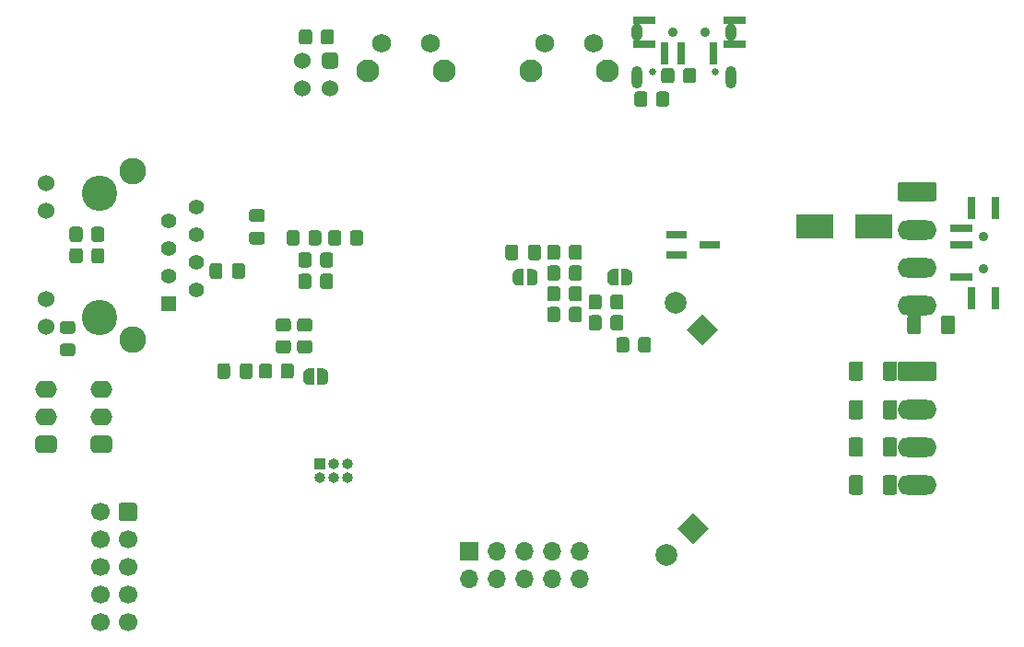
<source format=gts>
G04 #@! TF.GenerationSoftware,KiCad,Pcbnew,(5.1.8)-1*
G04 #@! TF.CreationDate,2021-11-27T09:49:30+01:00*
G04 #@! TF.ProjectId,sensactHsNano2,73656e73-6163-4744-9873-4e616e6f322e,rev?*
G04 #@! TF.SameCoordinates,Original*
G04 #@! TF.FileFunction,Soldermask,Top*
G04 #@! TF.FilePolarity,Negative*
%FSLAX46Y46*%
G04 Gerber Fmt 4.6, Leading zero omitted, Abs format (unit mm)*
G04 Created by KiCad (PCBNEW (5.1.8)-1) date 2021-11-27 09:49:30*
%MOMM*%
%LPD*%
G01*
G04 APERTURE LIST*
%ADD10O,1.700000X1.700000*%
%ADD11R,1.700000X1.700000*%
%ADD12O,1.000000X1.000000*%
%ADD13R,1.000000X1.000000*%
%ADD14O,2.000000X1.600000*%
%ADD15C,1.700000*%
%ADD16C,2.100000*%
%ADD17C,1.750000*%
%ADD18O,1.000000X1.600000*%
%ADD19C,0.650000*%
%ADD20O,1.000000X2.100000*%
%ADD21C,0.900000*%
%ADD22R,0.700000X2.000000*%
%ADD23R,2.000000X0.800000*%
%ADD24C,0.100000*%
%ADD25R,3.500000X2.300000*%
%ADD26R,1.398000X1.398000*%
%ADD27C,1.398000*%
%ADD28C,1.530000*%
%ADD29C,2.445000*%
%ADD30C,3.250000*%
%ADD31R,2.000000X0.700000*%
%ADD32R,0.800000X2.000000*%
%ADD33C,1.524000*%
%ADD34O,3.600000X1.800000*%
%ADD35C,2.000000*%
%ADD36R,1.900000X0.800000*%
G04 APERTURE END LIST*
G36*
G01*
X160509000Y-124009999D02*
X160509000Y-124910001D01*
G75*
G02*
X160259001Y-125160000I-249999J0D01*
G01*
X159558999Y-125160000D01*
G75*
G02*
X159309000Y-124910001I0J249999D01*
G01*
X159309000Y-124009999D01*
G75*
G02*
X159558999Y-123760000I249999J0D01*
G01*
X160259001Y-123760000D01*
G75*
G02*
X160509000Y-124009999I0J-249999D01*
G01*
G37*
G36*
G01*
X162509000Y-124009999D02*
X162509000Y-124910001D01*
G75*
G02*
X162259001Y-125160000I-249999J0D01*
G01*
X161558999Y-125160000D01*
G75*
G02*
X161309000Y-124910001I0J249999D01*
G01*
X161309000Y-124009999D01*
G75*
G02*
X161558999Y-123760000I249999J0D01*
G01*
X162259001Y-123760000D01*
G75*
G02*
X162509000Y-124009999I0J-249999D01*
G01*
G37*
D10*
X155956000Y-145986500D03*
X155956000Y-143446500D03*
X153416000Y-145986500D03*
X153416000Y-143446500D03*
X150876000Y-145986500D03*
X150876000Y-143446500D03*
X148336000Y-145986500D03*
X148336000Y-143446500D03*
X145796000Y-145986500D03*
D11*
X145796000Y-143446500D03*
D12*
X134620000Y-136715500D03*
X134620000Y-135445500D03*
X133350000Y-136715500D03*
X133350000Y-135445500D03*
X132080000Y-136715500D03*
D13*
X132080000Y-135445500D03*
D14*
X106934000Y-128524000D03*
X112014000Y-128524000D03*
X106934000Y-131064000D03*
X112014000Y-131064000D03*
G36*
G01*
X107534000Y-134404000D02*
X106334000Y-134404000D01*
G75*
G02*
X105934000Y-134004000I0J400000D01*
G01*
X105934000Y-133204000D01*
G75*
G02*
X106334000Y-132804000I400000J0D01*
G01*
X107534000Y-132804000D01*
G75*
G02*
X107934000Y-133204000I0J-400000D01*
G01*
X107934000Y-134004000D01*
G75*
G02*
X107534000Y-134404000I-400000J0D01*
G01*
G37*
G36*
G01*
X112614000Y-134404000D02*
X111414000Y-134404000D01*
G75*
G02*
X111014000Y-134004000I0J400000D01*
G01*
X111014000Y-133204000D01*
G75*
G02*
X111414000Y-132804000I400000J0D01*
G01*
X112614000Y-132804000D01*
G75*
G02*
X113014000Y-133204000I0J-400000D01*
G01*
X113014000Y-134004000D01*
G75*
G02*
X112614000Y-134404000I-400000J0D01*
G01*
G37*
G36*
G01*
X157969000Y-120072999D02*
X157969000Y-120973001D01*
G75*
G02*
X157719001Y-121223000I-249999J0D01*
G01*
X157018999Y-121223000D01*
G75*
G02*
X156769000Y-120973001I0J249999D01*
G01*
X156769000Y-120072999D01*
G75*
G02*
X157018999Y-119823000I249999J0D01*
G01*
X157719001Y-119823000D01*
G75*
G02*
X157969000Y-120072999I0J-249999D01*
G01*
G37*
G36*
G01*
X159969000Y-120072999D02*
X159969000Y-120973001D01*
G75*
G02*
X159719001Y-121223000I-249999J0D01*
G01*
X159018999Y-121223000D01*
G75*
G02*
X158769000Y-120973001I0J249999D01*
G01*
X158769000Y-120072999D01*
G75*
G02*
X159018999Y-119823000I249999J0D01*
G01*
X159719001Y-119823000D01*
G75*
G02*
X159969000Y-120072999I0J-249999D01*
G01*
G37*
D15*
X111887000Y-149987000D03*
X111887000Y-147447000D03*
X111887000Y-144907000D03*
X111887000Y-142367000D03*
X111887000Y-139827000D03*
X114427000Y-149987000D03*
X114427000Y-147447000D03*
X114427000Y-144907000D03*
X114427000Y-142367000D03*
G36*
G01*
X115277000Y-139227000D02*
X115277000Y-140427000D01*
G75*
G02*
X115027000Y-140677000I-250000J0D01*
G01*
X113827000Y-140677000D01*
G75*
G02*
X113577000Y-140427000I0J250000D01*
G01*
X113577000Y-139227000D01*
G75*
G02*
X113827000Y-138977000I250000J0D01*
G01*
X115027000Y-138977000D01*
G75*
G02*
X115277000Y-139227000I0J-250000D01*
G01*
G37*
G36*
G01*
X165436500Y-100145001D02*
X165436500Y-99244999D01*
G75*
G02*
X165686499Y-98995000I249999J0D01*
G01*
X166386501Y-98995000D01*
G75*
G02*
X166636500Y-99244999I0J-249999D01*
G01*
X166636500Y-100145001D01*
G75*
G02*
X166386501Y-100395000I-249999J0D01*
G01*
X165686499Y-100395000D01*
G75*
G02*
X165436500Y-100145001I0J249999D01*
G01*
G37*
G36*
G01*
X163436500Y-100145001D02*
X163436500Y-99244999D01*
G75*
G02*
X163686499Y-98995000I249999J0D01*
G01*
X164386501Y-98995000D01*
G75*
G02*
X164636500Y-99244999I0J-249999D01*
G01*
X164636500Y-100145001D01*
G75*
G02*
X164386501Y-100395000I-249999J0D01*
G01*
X163686499Y-100395000D01*
G75*
G02*
X163436500Y-100145001I0J249999D01*
G01*
G37*
G36*
G01*
X162960000Y-102304001D02*
X162960000Y-101403999D01*
G75*
G02*
X163209999Y-101154000I249999J0D01*
G01*
X163910001Y-101154000D01*
G75*
G02*
X164160000Y-101403999I0J-249999D01*
G01*
X164160000Y-102304001D01*
G75*
G02*
X163910001Y-102554000I-249999J0D01*
G01*
X163209999Y-102554000D01*
G75*
G02*
X162960000Y-102304001I0J249999D01*
G01*
G37*
G36*
G01*
X160960000Y-102304001D02*
X160960000Y-101403999D01*
G75*
G02*
X161209999Y-101154000I249999J0D01*
G01*
X161910001Y-101154000D01*
G75*
G02*
X162160000Y-101403999I0J-249999D01*
G01*
X162160000Y-102304001D01*
G75*
G02*
X161910001Y-102554000I-249999J0D01*
G01*
X161209999Y-102554000D01*
G75*
G02*
X160960000Y-102304001I0J249999D01*
G01*
G37*
D16*
X151490000Y-99240000D03*
D17*
X152750000Y-96750000D03*
X157250000Y-96750000D03*
D16*
X158500000Y-99240000D03*
X136490000Y-99240000D03*
D17*
X137750000Y-96750000D03*
X142250000Y-96750000D03*
D16*
X143500000Y-99240000D03*
D18*
X169820000Y-95700000D03*
D19*
X168390000Y-99350000D03*
D18*
X161180000Y-95700000D03*
D19*
X162610000Y-99350000D03*
D20*
X161180000Y-99880000D03*
X169820000Y-99880000D03*
D21*
X167500000Y-95670000D03*
X164500000Y-95670000D03*
D22*
X168250000Y-97680000D03*
X165250000Y-97680000D03*
X163750000Y-97680000D03*
D23*
X170150000Y-94570000D03*
X161850000Y-94570000D03*
X161850000Y-96780000D03*
X170150000Y-96780000D03*
G36*
G01*
X127679500Y-126422999D02*
X127679500Y-127323001D01*
G75*
G02*
X127429501Y-127573000I-249999J0D01*
G01*
X126729499Y-127573000D01*
G75*
G02*
X126479500Y-127323001I0J249999D01*
G01*
X126479500Y-126422999D01*
G75*
G02*
X126729499Y-126173000I249999J0D01*
G01*
X127429501Y-126173000D01*
G75*
G02*
X127679500Y-126422999I0J-249999D01*
G01*
G37*
G36*
G01*
X129679500Y-126422999D02*
X129679500Y-127323001D01*
G75*
G02*
X129429501Y-127573000I-249999J0D01*
G01*
X128729499Y-127573000D01*
G75*
G02*
X128479500Y-127323001I0J249999D01*
G01*
X128479500Y-126422999D01*
G75*
G02*
X128729499Y-126173000I249999J0D01*
G01*
X129429501Y-126173000D01*
G75*
G02*
X129679500Y-126422999I0J-249999D01*
G01*
G37*
D24*
G36*
X131049000Y-128130398D02*
G01*
X131024466Y-128130398D01*
X130975635Y-128125588D01*
X130927510Y-128116016D01*
X130880555Y-128101772D01*
X130835222Y-128082995D01*
X130791949Y-128059864D01*
X130751150Y-128032604D01*
X130713221Y-128001476D01*
X130678524Y-127966779D01*
X130647396Y-127928850D01*
X130620136Y-127888051D01*
X130597005Y-127844778D01*
X130578228Y-127799445D01*
X130563984Y-127752490D01*
X130554412Y-127704365D01*
X130549602Y-127655534D01*
X130549602Y-127631000D01*
X130549000Y-127631000D01*
X130549000Y-127131000D01*
X130549602Y-127131000D01*
X130549602Y-127106466D01*
X130554412Y-127057635D01*
X130563984Y-127009510D01*
X130578228Y-126962555D01*
X130597005Y-126917222D01*
X130620136Y-126873949D01*
X130647396Y-126833150D01*
X130678524Y-126795221D01*
X130713221Y-126760524D01*
X130751150Y-126729396D01*
X130791949Y-126702136D01*
X130835222Y-126679005D01*
X130880555Y-126660228D01*
X130927510Y-126645984D01*
X130975635Y-126636412D01*
X131024466Y-126631602D01*
X131049000Y-126631602D01*
X131049000Y-126631000D01*
X131549000Y-126631000D01*
X131549000Y-128131000D01*
X131049000Y-128131000D01*
X131049000Y-128130398D01*
G37*
G36*
X131849000Y-126631000D02*
G01*
X132349000Y-126631000D01*
X132349000Y-126631602D01*
X132373534Y-126631602D01*
X132422365Y-126636412D01*
X132470490Y-126645984D01*
X132517445Y-126660228D01*
X132562778Y-126679005D01*
X132606051Y-126702136D01*
X132646850Y-126729396D01*
X132684779Y-126760524D01*
X132719476Y-126795221D01*
X132750604Y-126833150D01*
X132777864Y-126873949D01*
X132800995Y-126917222D01*
X132819772Y-126962555D01*
X132834016Y-127009510D01*
X132843588Y-127057635D01*
X132848398Y-127106466D01*
X132848398Y-127131000D01*
X132849000Y-127131000D01*
X132849000Y-127631000D01*
X132848398Y-127631000D01*
X132848398Y-127655534D01*
X132843588Y-127704365D01*
X132834016Y-127752490D01*
X132819772Y-127799445D01*
X132800995Y-127844778D01*
X132777864Y-127888051D01*
X132750604Y-127928850D01*
X132719476Y-127966779D01*
X132684779Y-128001476D01*
X132646850Y-128032604D01*
X132606051Y-128059864D01*
X132562778Y-128082995D01*
X132517445Y-128101772D01*
X132470490Y-128116016D01*
X132422365Y-128125588D01*
X132373534Y-128130398D01*
X132349000Y-128130398D01*
X132349000Y-128131000D01*
X131849000Y-128131000D01*
X131849000Y-126631000D01*
G37*
G36*
G01*
X123819500Y-126398000D02*
X123819500Y-127348000D01*
G75*
G02*
X123569500Y-127598000I-250000J0D01*
G01*
X122894500Y-127598000D01*
G75*
G02*
X122644500Y-127348000I0J250000D01*
G01*
X122644500Y-126398000D01*
G75*
G02*
X122894500Y-126148000I250000J0D01*
G01*
X123569500Y-126148000D01*
G75*
G02*
X123819500Y-126398000I0J-250000D01*
G01*
G37*
G36*
G01*
X125894500Y-126398000D02*
X125894500Y-127348000D01*
G75*
G02*
X125644500Y-127598000I-250000J0D01*
G01*
X124969500Y-127598000D01*
G75*
G02*
X124719500Y-127348000I0J250000D01*
G01*
X124719500Y-126398000D01*
G75*
G02*
X124969500Y-126148000I250000J0D01*
G01*
X125644500Y-126148000D01*
G75*
G02*
X125894500Y-126398000I0J-250000D01*
G01*
G37*
D25*
X182976500Y-113588800D03*
X177576500Y-113588800D03*
G36*
G01*
X157969000Y-121977999D02*
X157969000Y-122878001D01*
G75*
G02*
X157719001Y-123128000I-249999J0D01*
G01*
X157018999Y-123128000D01*
G75*
G02*
X156769000Y-122878001I0J249999D01*
G01*
X156769000Y-121977999D01*
G75*
G02*
X157018999Y-121728000I249999J0D01*
G01*
X157719001Y-121728000D01*
G75*
G02*
X157969000Y-121977999I0J-249999D01*
G01*
G37*
G36*
G01*
X159969000Y-121977999D02*
X159969000Y-122878001D01*
G75*
G02*
X159719001Y-123128000I-249999J0D01*
G01*
X159018999Y-123128000D01*
G75*
G02*
X158769000Y-122878001I0J249999D01*
G01*
X158769000Y-121977999D01*
G75*
G02*
X159018999Y-121728000I249999J0D01*
G01*
X159719001Y-121728000D01*
G75*
G02*
X159969000Y-121977999I0J-249999D01*
G01*
G37*
G36*
G01*
X132099000Y-117099501D02*
X132099000Y-116199499D01*
G75*
G02*
X132348999Y-115949500I249999J0D01*
G01*
X133049001Y-115949500D01*
G75*
G02*
X133299000Y-116199499I0J-249999D01*
G01*
X133299000Y-117099501D01*
G75*
G02*
X133049001Y-117349500I-249999J0D01*
G01*
X132348999Y-117349500D01*
G75*
G02*
X132099000Y-117099501I0J249999D01*
G01*
G37*
G36*
G01*
X130099000Y-117099501D02*
X130099000Y-116199499D01*
G75*
G02*
X130348999Y-115949500I249999J0D01*
G01*
X131049001Y-115949500D01*
G75*
G02*
X131299000Y-116199499I0J-249999D01*
G01*
X131299000Y-117099501D01*
G75*
G02*
X131049001Y-117349500I-249999J0D01*
G01*
X130348999Y-117349500D01*
G75*
G02*
X130099000Y-117099501I0J249999D01*
G01*
G37*
G36*
G01*
X131299000Y-118167999D02*
X131299000Y-119068001D01*
G75*
G02*
X131049001Y-119318000I-249999J0D01*
G01*
X130348999Y-119318000D01*
G75*
G02*
X130099000Y-119068001I0J249999D01*
G01*
X130099000Y-118167999D01*
G75*
G02*
X130348999Y-117918000I249999J0D01*
G01*
X131049001Y-117918000D01*
G75*
G02*
X131299000Y-118167999I0J-249999D01*
G01*
G37*
G36*
G01*
X133299000Y-118167999D02*
X133299000Y-119068001D01*
G75*
G02*
X133049001Y-119318000I-249999J0D01*
G01*
X132348999Y-119318000D01*
G75*
G02*
X132099000Y-119068001I0J249999D01*
G01*
X132099000Y-118167999D01*
G75*
G02*
X132348999Y-117918000I249999J0D01*
G01*
X133049001Y-117918000D01*
G75*
G02*
X133299000Y-118167999I0J-249999D01*
G01*
G37*
G36*
G01*
X130219500Y-114167499D02*
X130219500Y-115067501D01*
G75*
G02*
X129969501Y-115317500I-249999J0D01*
G01*
X129269499Y-115317500D01*
G75*
G02*
X129019500Y-115067501I0J249999D01*
G01*
X129019500Y-114167499D01*
G75*
G02*
X129269499Y-113917500I249999J0D01*
G01*
X129969501Y-113917500D01*
G75*
G02*
X130219500Y-114167499I0J-249999D01*
G01*
G37*
G36*
G01*
X132219500Y-114167499D02*
X132219500Y-115067501D01*
G75*
G02*
X131969501Y-115317500I-249999J0D01*
G01*
X131269499Y-115317500D01*
G75*
G02*
X131019500Y-115067501I0J249999D01*
G01*
X131019500Y-114167499D01*
G75*
G02*
X131269499Y-113917500I249999J0D01*
G01*
X131969501Y-113917500D01*
G75*
G02*
X132219500Y-114167499I0J-249999D01*
G01*
G37*
G36*
G01*
X128264499Y-124034500D02*
X129164501Y-124034500D01*
G75*
G02*
X129414500Y-124284499I0J-249999D01*
G01*
X129414500Y-124984501D01*
G75*
G02*
X129164501Y-125234500I-249999J0D01*
G01*
X128264499Y-125234500D01*
G75*
G02*
X128014500Y-124984501I0J249999D01*
G01*
X128014500Y-124284499D01*
G75*
G02*
X128264499Y-124034500I249999J0D01*
G01*
G37*
G36*
G01*
X128264499Y-122034500D02*
X129164501Y-122034500D01*
G75*
G02*
X129414500Y-122284499I0J-249999D01*
G01*
X129414500Y-122984501D01*
G75*
G02*
X129164501Y-123234500I-249999J0D01*
G01*
X128264499Y-123234500D01*
G75*
G02*
X128014500Y-122984501I0J249999D01*
G01*
X128014500Y-122284499D01*
G75*
G02*
X128264499Y-122034500I249999J0D01*
G01*
G37*
G36*
G01*
X131133001Y-123234500D02*
X130232999Y-123234500D01*
G75*
G02*
X129983000Y-122984501I0J249999D01*
G01*
X129983000Y-122284499D01*
G75*
G02*
X130232999Y-122034500I249999J0D01*
G01*
X131133001Y-122034500D01*
G75*
G02*
X131383000Y-122284499I0J-249999D01*
G01*
X131383000Y-122984501D01*
G75*
G02*
X131133001Y-123234500I-249999J0D01*
G01*
G37*
G36*
G01*
X131133001Y-125234500D02*
X130232999Y-125234500D01*
G75*
G02*
X129983000Y-124984501I0J249999D01*
G01*
X129983000Y-124284499D01*
G75*
G02*
X130232999Y-124034500I249999J0D01*
G01*
X131133001Y-124034500D01*
G75*
G02*
X131383000Y-124284499I0J-249999D01*
G01*
X131383000Y-124984501D01*
G75*
G02*
X131133001Y-125234500I-249999J0D01*
G01*
G37*
G36*
G01*
X150299000Y-115476000D02*
X150299000Y-116426000D01*
G75*
G02*
X150049000Y-116676000I-250000J0D01*
G01*
X149374000Y-116676000D01*
G75*
G02*
X149124000Y-116426000I0J250000D01*
G01*
X149124000Y-115476000D01*
G75*
G02*
X149374000Y-115226000I250000J0D01*
G01*
X150049000Y-115226000D01*
G75*
G02*
X150299000Y-115476000I0J-250000D01*
G01*
G37*
G36*
G01*
X152374000Y-115476000D02*
X152374000Y-116426000D01*
G75*
G02*
X152124000Y-116676000I-250000J0D01*
G01*
X151449000Y-116676000D01*
G75*
G02*
X151199000Y-116426000I0J250000D01*
G01*
X151199000Y-115476000D01*
G75*
G02*
X151449000Y-115226000I250000J0D01*
G01*
X152124000Y-115226000D01*
G75*
G02*
X152374000Y-115476000I0J-250000D01*
G01*
G37*
G36*
G01*
X154159000Y-119310999D02*
X154159000Y-120211001D01*
G75*
G02*
X153909001Y-120461000I-249999J0D01*
G01*
X153208999Y-120461000D01*
G75*
G02*
X152959000Y-120211001I0J249999D01*
G01*
X152959000Y-119310999D01*
G75*
G02*
X153208999Y-119061000I249999J0D01*
G01*
X153909001Y-119061000D01*
G75*
G02*
X154159000Y-119310999I0J-249999D01*
G01*
G37*
G36*
G01*
X156159000Y-119310999D02*
X156159000Y-120211001D01*
G75*
G02*
X155909001Y-120461000I-249999J0D01*
G01*
X155208999Y-120461000D01*
G75*
G02*
X154959000Y-120211001I0J249999D01*
G01*
X154959000Y-119310999D01*
G75*
G02*
X155208999Y-119061000I249999J0D01*
G01*
X155909001Y-119061000D01*
G75*
G02*
X156159000Y-119310999I0J-249999D01*
G01*
G37*
G36*
G01*
X154159000Y-117405999D02*
X154159000Y-118306001D01*
G75*
G02*
X153909001Y-118556000I-249999J0D01*
G01*
X153208999Y-118556000D01*
G75*
G02*
X152959000Y-118306001I0J249999D01*
G01*
X152959000Y-117405999D01*
G75*
G02*
X153208999Y-117156000I249999J0D01*
G01*
X153909001Y-117156000D01*
G75*
G02*
X154159000Y-117405999I0J-249999D01*
G01*
G37*
G36*
G01*
X156159000Y-117405999D02*
X156159000Y-118306001D01*
G75*
G02*
X155909001Y-118556000I-249999J0D01*
G01*
X155208999Y-118556000D01*
G75*
G02*
X154959000Y-118306001I0J249999D01*
G01*
X154959000Y-117405999D01*
G75*
G02*
X155208999Y-117156000I249999J0D01*
G01*
X155909001Y-117156000D01*
G75*
G02*
X156159000Y-117405999I0J-249999D01*
G01*
G37*
G36*
G01*
X154159000Y-115500999D02*
X154159000Y-116401001D01*
G75*
G02*
X153909001Y-116651000I-249999J0D01*
G01*
X153208999Y-116651000D01*
G75*
G02*
X152959000Y-116401001I0J249999D01*
G01*
X152959000Y-115500999D01*
G75*
G02*
X153208999Y-115251000I249999J0D01*
G01*
X153909001Y-115251000D01*
G75*
G02*
X154159000Y-115500999I0J-249999D01*
G01*
G37*
G36*
G01*
X156159000Y-115500999D02*
X156159000Y-116401001D01*
G75*
G02*
X155909001Y-116651000I-249999J0D01*
G01*
X155208999Y-116651000D01*
G75*
G02*
X154959000Y-116401001I0J249999D01*
G01*
X154959000Y-115500999D01*
G75*
G02*
X155208999Y-115251000I249999J0D01*
G01*
X155909001Y-115251000D01*
G75*
G02*
X156159000Y-115500999I0J-249999D01*
G01*
G37*
G36*
G01*
X154159000Y-121215999D02*
X154159000Y-122116001D01*
G75*
G02*
X153909001Y-122366000I-249999J0D01*
G01*
X153208999Y-122366000D01*
G75*
G02*
X152959000Y-122116001I0J249999D01*
G01*
X152959000Y-121215999D01*
G75*
G02*
X153208999Y-120966000I249999J0D01*
G01*
X153909001Y-120966000D01*
G75*
G02*
X154159000Y-121215999I0J-249999D01*
G01*
G37*
G36*
G01*
X156159000Y-121215999D02*
X156159000Y-122116001D01*
G75*
G02*
X155909001Y-122366000I-249999J0D01*
G01*
X155208999Y-122366000D01*
G75*
G02*
X154959000Y-122116001I0J249999D01*
G01*
X154959000Y-121215999D01*
G75*
G02*
X155208999Y-120966000I249999J0D01*
G01*
X155909001Y-120966000D01*
G75*
G02*
X156159000Y-121215999I0J-249999D01*
G01*
G37*
D26*
X118171500Y-120655000D03*
D27*
X120711500Y-119385000D03*
X118171500Y-118115000D03*
X120711500Y-116845000D03*
X118171500Y-115575000D03*
X120711500Y-114305000D03*
X118171500Y-113035000D03*
X120711500Y-111765000D03*
D28*
X106921500Y-122830000D03*
X106921500Y-120290000D03*
X106921500Y-109580000D03*
X106921500Y-112120000D03*
D29*
X114871500Y-123950000D03*
X114871500Y-108460000D03*
D30*
X111821500Y-110490000D03*
X111821500Y-121920000D03*
G36*
G01*
X124021000Y-118140500D02*
X124021000Y-117190500D01*
G75*
G02*
X124271000Y-116940500I250000J0D01*
G01*
X124946000Y-116940500D01*
G75*
G02*
X125196000Y-117190500I0J-250000D01*
G01*
X125196000Y-118140500D01*
G75*
G02*
X124946000Y-118390500I-250000J0D01*
G01*
X124271000Y-118390500D01*
G75*
G02*
X124021000Y-118140500I0J250000D01*
G01*
G37*
G36*
G01*
X121946000Y-118140500D02*
X121946000Y-117190500D01*
G75*
G02*
X122196000Y-116940500I250000J0D01*
G01*
X122871000Y-116940500D01*
G75*
G02*
X123121000Y-117190500I0J-250000D01*
G01*
X123121000Y-118140500D01*
G75*
G02*
X122871000Y-118390500I-250000J0D01*
G01*
X122196000Y-118390500D01*
G75*
G02*
X121946000Y-118140500I0J250000D01*
G01*
G37*
G36*
G01*
X108452499Y-124338500D02*
X109352501Y-124338500D01*
G75*
G02*
X109602500Y-124588499I0J-249999D01*
G01*
X109602500Y-125238501D01*
G75*
G02*
X109352501Y-125488500I-249999J0D01*
G01*
X108452499Y-125488500D01*
G75*
G02*
X108202500Y-125238501I0J249999D01*
G01*
X108202500Y-124588499D01*
G75*
G02*
X108452499Y-124338500I249999J0D01*
G01*
G37*
G36*
G01*
X108452499Y-122288500D02*
X109352501Y-122288500D01*
G75*
G02*
X109602500Y-122538499I0J-249999D01*
G01*
X109602500Y-123188501D01*
G75*
G02*
X109352501Y-123438500I-249999J0D01*
G01*
X108452499Y-123438500D01*
G75*
G02*
X108202500Y-123188501I0J249999D01*
G01*
X108202500Y-122538499D01*
G75*
G02*
X108452499Y-122288500I249999J0D01*
G01*
G37*
D24*
G36*
X160289000Y-117487602D02*
G01*
X160313534Y-117487602D01*
X160362365Y-117492412D01*
X160410490Y-117501984D01*
X160457445Y-117516228D01*
X160502778Y-117535005D01*
X160546051Y-117558136D01*
X160586850Y-117585396D01*
X160624779Y-117616524D01*
X160659476Y-117651221D01*
X160690604Y-117689150D01*
X160717864Y-117729949D01*
X160740995Y-117773222D01*
X160759772Y-117818555D01*
X160774016Y-117865510D01*
X160783588Y-117913635D01*
X160788398Y-117962466D01*
X160788398Y-117987000D01*
X160789000Y-117987000D01*
X160789000Y-118487000D01*
X160788398Y-118487000D01*
X160788398Y-118511534D01*
X160783588Y-118560365D01*
X160774016Y-118608490D01*
X160759772Y-118655445D01*
X160740995Y-118700778D01*
X160717864Y-118744051D01*
X160690604Y-118784850D01*
X160659476Y-118822779D01*
X160624779Y-118857476D01*
X160586850Y-118888604D01*
X160546051Y-118915864D01*
X160502778Y-118938995D01*
X160457445Y-118957772D01*
X160410490Y-118972016D01*
X160362365Y-118981588D01*
X160313534Y-118986398D01*
X160289000Y-118986398D01*
X160289000Y-118987000D01*
X159789000Y-118987000D01*
X159789000Y-117487000D01*
X160289000Y-117487000D01*
X160289000Y-117487602D01*
G37*
G36*
X159489000Y-118987000D02*
G01*
X158989000Y-118987000D01*
X158989000Y-118986398D01*
X158964466Y-118986398D01*
X158915635Y-118981588D01*
X158867510Y-118972016D01*
X158820555Y-118957772D01*
X158775222Y-118938995D01*
X158731949Y-118915864D01*
X158691150Y-118888604D01*
X158653221Y-118857476D01*
X158618524Y-118822779D01*
X158587396Y-118784850D01*
X158560136Y-118744051D01*
X158537005Y-118700778D01*
X158518228Y-118655445D01*
X158503984Y-118608490D01*
X158494412Y-118560365D01*
X158489602Y-118511534D01*
X158489602Y-118487000D01*
X158489000Y-118487000D01*
X158489000Y-117987000D01*
X158489602Y-117987000D01*
X158489602Y-117962466D01*
X158494412Y-117913635D01*
X158503984Y-117865510D01*
X158518228Y-117818555D01*
X158537005Y-117773222D01*
X158560136Y-117729949D01*
X158587396Y-117689150D01*
X158618524Y-117651221D01*
X158653221Y-117616524D01*
X158691150Y-117585396D01*
X158731949Y-117558136D01*
X158775222Y-117535005D01*
X158820555Y-117516228D01*
X158867510Y-117501984D01*
X158915635Y-117492412D01*
X158964466Y-117487602D01*
X158989000Y-117487602D01*
X158989000Y-117487000D01*
X159489000Y-117487000D01*
X159489000Y-118987000D01*
G37*
G36*
X150289500Y-118986398D02*
G01*
X150264966Y-118986398D01*
X150216135Y-118981588D01*
X150168010Y-118972016D01*
X150121055Y-118957772D01*
X150075722Y-118938995D01*
X150032449Y-118915864D01*
X149991650Y-118888604D01*
X149953721Y-118857476D01*
X149919024Y-118822779D01*
X149887896Y-118784850D01*
X149860636Y-118744051D01*
X149837505Y-118700778D01*
X149818728Y-118655445D01*
X149804484Y-118608490D01*
X149794912Y-118560365D01*
X149790102Y-118511534D01*
X149790102Y-118487000D01*
X149789500Y-118487000D01*
X149789500Y-117987000D01*
X149790102Y-117987000D01*
X149790102Y-117962466D01*
X149794912Y-117913635D01*
X149804484Y-117865510D01*
X149818728Y-117818555D01*
X149837505Y-117773222D01*
X149860636Y-117729949D01*
X149887896Y-117689150D01*
X149919024Y-117651221D01*
X149953721Y-117616524D01*
X149991650Y-117585396D01*
X150032449Y-117558136D01*
X150075722Y-117535005D01*
X150121055Y-117516228D01*
X150168010Y-117501984D01*
X150216135Y-117492412D01*
X150264966Y-117487602D01*
X150289500Y-117487602D01*
X150289500Y-117487000D01*
X150789500Y-117487000D01*
X150789500Y-118987000D01*
X150289500Y-118987000D01*
X150289500Y-118986398D01*
G37*
G36*
X151089500Y-117487000D02*
G01*
X151589500Y-117487000D01*
X151589500Y-117487602D01*
X151614034Y-117487602D01*
X151662865Y-117492412D01*
X151710990Y-117501984D01*
X151757945Y-117516228D01*
X151803278Y-117535005D01*
X151846551Y-117558136D01*
X151887350Y-117585396D01*
X151925279Y-117616524D01*
X151959976Y-117651221D01*
X151991104Y-117689150D01*
X152018364Y-117729949D01*
X152041495Y-117773222D01*
X152060272Y-117818555D01*
X152074516Y-117865510D01*
X152084088Y-117913635D01*
X152088898Y-117962466D01*
X152088898Y-117987000D01*
X152089500Y-117987000D01*
X152089500Y-118487000D01*
X152088898Y-118487000D01*
X152088898Y-118511534D01*
X152084088Y-118560365D01*
X152074516Y-118608490D01*
X152060272Y-118655445D01*
X152041495Y-118700778D01*
X152018364Y-118744051D01*
X151991104Y-118784850D01*
X151959976Y-118822779D01*
X151925279Y-118857476D01*
X151887350Y-118888604D01*
X151846551Y-118915864D01*
X151803278Y-118938995D01*
X151757945Y-118957772D01*
X151710990Y-118972016D01*
X151662865Y-118981588D01*
X151614034Y-118986398D01*
X151589500Y-118986398D01*
X151589500Y-118987000D01*
X151089500Y-118987000D01*
X151089500Y-117487000D01*
G37*
D21*
X193040000Y-117476400D03*
X193040000Y-114476400D03*
D31*
X191030000Y-118226400D03*
X191030000Y-115226400D03*
X191030000Y-113726400D03*
D32*
X194140000Y-120126400D03*
X194140000Y-111826400D03*
X191930000Y-111826400D03*
X191930000Y-120126400D03*
D33*
X130480000Y-100838000D03*
X133020000Y-100838000D03*
X130480000Y-98298000D03*
G36*
G01*
X132258000Y-98679000D02*
X132258000Y-97917000D01*
G75*
G02*
X132639000Y-97536000I381000J0D01*
G01*
X133401000Y-97536000D01*
G75*
G02*
X133782000Y-97917000I0J-381000D01*
G01*
X133782000Y-98679000D01*
G75*
G02*
X133401000Y-99060000I-381000J0D01*
G01*
X132639000Y-99060000D01*
G75*
G02*
X132258000Y-98679000I0J381000D01*
G01*
G37*
D34*
X186944000Y-137373000D03*
X186944000Y-133873000D03*
X186944000Y-130373000D03*
G36*
G01*
X185394000Y-125973000D02*
X188494000Y-125973000D01*
G75*
G02*
X188744000Y-126223000I0J-250000D01*
G01*
X188744000Y-127523000D01*
G75*
G02*
X188494000Y-127773000I-250000J0D01*
G01*
X185394000Y-127773000D01*
G75*
G02*
X185144000Y-127523000I0J250000D01*
G01*
X185144000Y-126223000D01*
G75*
G02*
X185394000Y-125973000I250000J0D01*
G01*
G37*
D24*
G36*
X166370000Y-139936786D02*
G01*
X167784214Y-141351000D01*
X166370000Y-142765214D01*
X164955786Y-141351000D01*
X166370000Y-139936786D01*
G37*
D35*
X163895126Y-143825874D03*
G36*
G01*
X132162500Y-96589001D02*
X132162500Y-95688999D01*
G75*
G02*
X132412499Y-95439000I249999J0D01*
G01*
X133112501Y-95439000D01*
G75*
G02*
X133362500Y-95688999I0J-249999D01*
G01*
X133362500Y-96589001D01*
G75*
G02*
X133112501Y-96839000I-249999J0D01*
G01*
X132412499Y-96839000D01*
G75*
G02*
X132162500Y-96589001I0J249999D01*
G01*
G37*
G36*
G01*
X130162500Y-96589001D02*
X130162500Y-95688999D01*
G75*
G02*
X130412499Y-95439000I249999J0D01*
G01*
X131112501Y-95439000D01*
G75*
G02*
X131362500Y-95688999I0J-249999D01*
G01*
X131362500Y-96589001D01*
G75*
G02*
X131112501Y-96839000I-249999J0D01*
G01*
X130412499Y-96839000D01*
G75*
G02*
X130162500Y-96589001I0J249999D01*
G01*
G37*
G36*
G01*
X134845500Y-115067501D02*
X134845500Y-114167499D01*
G75*
G02*
X135095499Y-113917500I249999J0D01*
G01*
X135795501Y-113917500D01*
G75*
G02*
X136045500Y-114167499I0J-249999D01*
G01*
X136045500Y-115067501D01*
G75*
G02*
X135795501Y-115317500I-249999J0D01*
G01*
X135095499Y-115317500D01*
G75*
G02*
X134845500Y-115067501I0J249999D01*
G01*
G37*
G36*
G01*
X132845500Y-115067501D02*
X132845500Y-114167499D01*
G75*
G02*
X133095499Y-113917500I249999J0D01*
G01*
X133795501Y-113917500D01*
G75*
G02*
X134045500Y-114167499I0J-249999D01*
G01*
X134045500Y-115067501D01*
G75*
G02*
X133795501Y-115317500I-249999J0D01*
G01*
X133095499Y-115317500D01*
G75*
G02*
X132845500Y-115067501I0J249999D01*
G01*
G37*
D36*
X167870000Y-115252500D03*
X164870000Y-116202500D03*
X164870000Y-114302500D03*
D24*
G36*
X168632214Y-123063000D02*
G01*
X167218000Y-124477214D01*
X165803786Y-123063000D01*
X167218000Y-121648786D01*
X168632214Y-123063000D01*
G37*
D35*
X164743126Y-120588126D03*
D34*
X186944000Y-120863000D03*
X186944000Y-117363000D03*
X186944000Y-113863000D03*
G36*
G01*
X185394000Y-109463000D02*
X188494000Y-109463000D01*
G75*
G02*
X188744000Y-109713000I0J-250000D01*
G01*
X188744000Y-111013000D01*
G75*
G02*
X188494000Y-111263000I-250000J0D01*
G01*
X185394000Y-111263000D01*
G75*
G02*
X185144000Y-111013000I0J250000D01*
G01*
X185144000Y-109713000D01*
G75*
G02*
X185394000Y-109463000I250000J0D01*
G01*
G37*
G36*
G01*
X110280500Y-115818499D02*
X110280500Y-116718501D01*
G75*
G02*
X110030501Y-116968500I-249999J0D01*
G01*
X109330499Y-116968500D01*
G75*
G02*
X109080500Y-116718501I0J249999D01*
G01*
X109080500Y-115818499D01*
G75*
G02*
X109330499Y-115568500I249999J0D01*
G01*
X110030501Y-115568500D01*
G75*
G02*
X110280500Y-115818499I0J-249999D01*
G01*
G37*
G36*
G01*
X112280500Y-115818499D02*
X112280500Y-116718501D01*
G75*
G02*
X112030501Y-116968500I-249999J0D01*
G01*
X111330499Y-116968500D01*
G75*
G02*
X111080500Y-116718501I0J249999D01*
G01*
X111080500Y-115818499D01*
G75*
G02*
X111330499Y-115568500I249999J0D01*
G01*
X112030501Y-115568500D01*
G75*
G02*
X112280500Y-115818499I0J-249999D01*
G01*
G37*
G36*
G01*
X111080500Y-114750001D02*
X111080500Y-113849999D01*
G75*
G02*
X111330499Y-113600000I249999J0D01*
G01*
X112030501Y-113600000D01*
G75*
G02*
X112280500Y-113849999I0J-249999D01*
G01*
X112280500Y-114750001D01*
G75*
G02*
X112030501Y-115000000I-249999J0D01*
G01*
X111330499Y-115000000D01*
G75*
G02*
X111080500Y-114750001I0J249999D01*
G01*
G37*
G36*
G01*
X109080500Y-114750001D02*
X109080500Y-113849999D01*
G75*
G02*
X109330499Y-113600000I249999J0D01*
G01*
X110030501Y-113600000D01*
G75*
G02*
X110280500Y-113849999I0J-249999D01*
G01*
X110280500Y-114750001D01*
G75*
G02*
X110030501Y-115000000I-249999J0D01*
G01*
X109330499Y-115000000D01*
G75*
G02*
X109080500Y-114750001I0J249999D01*
G01*
G37*
G36*
G01*
X187314000Y-121993499D02*
X187314000Y-123243501D01*
G75*
G02*
X187064001Y-123493500I-249999J0D01*
G01*
X186263999Y-123493500D01*
G75*
G02*
X186014000Y-123243501I0J249999D01*
G01*
X186014000Y-121993499D01*
G75*
G02*
X186263999Y-121743500I249999J0D01*
G01*
X187064001Y-121743500D01*
G75*
G02*
X187314000Y-121993499I0J-249999D01*
G01*
G37*
G36*
G01*
X190414000Y-121993499D02*
X190414000Y-123243501D01*
G75*
G02*
X190164001Y-123493500I-249999J0D01*
G01*
X189363999Y-123493500D01*
G75*
G02*
X189114000Y-123243501I0J249999D01*
G01*
X189114000Y-121993499D01*
G75*
G02*
X189363999Y-121743500I249999J0D01*
G01*
X190164001Y-121743500D01*
G75*
G02*
X190414000Y-121993499I0J-249999D01*
G01*
G37*
G36*
G01*
X126776500Y-113151500D02*
X125826500Y-113151500D01*
G75*
G02*
X125576500Y-112901500I0J250000D01*
G01*
X125576500Y-112226500D01*
G75*
G02*
X125826500Y-111976500I250000J0D01*
G01*
X126776500Y-111976500D01*
G75*
G02*
X127026500Y-112226500I0J-250000D01*
G01*
X127026500Y-112901500D01*
G75*
G02*
X126776500Y-113151500I-250000J0D01*
G01*
G37*
G36*
G01*
X126776500Y-115226500D02*
X125826500Y-115226500D01*
G75*
G02*
X125576500Y-114976500I0J250000D01*
G01*
X125576500Y-114301500D01*
G75*
G02*
X125826500Y-114051500I250000J0D01*
G01*
X126776500Y-114051500D01*
G75*
G02*
X127026500Y-114301500I0J-250000D01*
G01*
X127026500Y-114976500D01*
G75*
G02*
X126776500Y-115226500I-250000J0D01*
G01*
G37*
G36*
G01*
X183780000Y-127523003D02*
X183780000Y-126222997D01*
G75*
G02*
X184029997Y-125973000I249997J0D01*
G01*
X184855003Y-125973000D01*
G75*
G02*
X185105000Y-126222997I0J-249997D01*
G01*
X185105000Y-127523003D01*
G75*
G02*
X184855003Y-127773000I-249997J0D01*
G01*
X184029997Y-127773000D01*
G75*
G02*
X183780000Y-127523003I0J249997D01*
G01*
G37*
G36*
G01*
X180655000Y-127523003D02*
X180655000Y-126222997D01*
G75*
G02*
X180904997Y-125973000I249997J0D01*
G01*
X181730003Y-125973000D01*
G75*
G02*
X181980000Y-126222997I0J-249997D01*
G01*
X181980000Y-127523003D01*
G75*
G02*
X181730003Y-127773000I-249997J0D01*
G01*
X180904997Y-127773000D01*
G75*
G02*
X180655000Y-127523003I0J249997D01*
G01*
G37*
G36*
G01*
X183780000Y-138000503D02*
X183780000Y-136700497D01*
G75*
G02*
X184029997Y-136450500I249997J0D01*
G01*
X184855003Y-136450500D01*
G75*
G02*
X185105000Y-136700497I0J-249997D01*
G01*
X185105000Y-138000503D01*
G75*
G02*
X184855003Y-138250500I-249997J0D01*
G01*
X184029997Y-138250500D01*
G75*
G02*
X183780000Y-138000503I0J249997D01*
G01*
G37*
G36*
G01*
X180655000Y-138000503D02*
X180655000Y-136700497D01*
G75*
G02*
X180904997Y-136450500I249997J0D01*
G01*
X181730003Y-136450500D01*
G75*
G02*
X181980000Y-136700497I0J-249997D01*
G01*
X181980000Y-138000503D01*
G75*
G02*
X181730003Y-138250500I-249997J0D01*
G01*
X180904997Y-138250500D01*
G75*
G02*
X180655000Y-138000503I0J249997D01*
G01*
G37*
G36*
G01*
X183780000Y-131079003D02*
X183780000Y-129778997D01*
G75*
G02*
X184029997Y-129529000I249997J0D01*
G01*
X184855003Y-129529000D01*
G75*
G02*
X185105000Y-129778997I0J-249997D01*
G01*
X185105000Y-131079003D01*
G75*
G02*
X184855003Y-131329000I-249997J0D01*
G01*
X184029997Y-131329000D01*
G75*
G02*
X183780000Y-131079003I0J249997D01*
G01*
G37*
G36*
G01*
X180655000Y-131079003D02*
X180655000Y-129778997D01*
G75*
G02*
X180904997Y-129529000I249997J0D01*
G01*
X181730003Y-129529000D01*
G75*
G02*
X181980000Y-129778997I0J-249997D01*
G01*
X181980000Y-131079003D01*
G75*
G02*
X181730003Y-131329000I-249997J0D01*
G01*
X180904997Y-131329000D01*
G75*
G02*
X180655000Y-131079003I0J249997D01*
G01*
G37*
G36*
G01*
X183780000Y-134508003D02*
X183780000Y-133207997D01*
G75*
G02*
X184029997Y-132958000I249997J0D01*
G01*
X184855003Y-132958000D01*
G75*
G02*
X185105000Y-133207997I0J-249997D01*
G01*
X185105000Y-134508003D01*
G75*
G02*
X184855003Y-134758000I-249997J0D01*
G01*
X184029997Y-134758000D01*
G75*
G02*
X183780000Y-134508003I0J249997D01*
G01*
G37*
G36*
G01*
X180655000Y-134508003D02*
X180655000Y-133207997D01*
G75*
G02*
X180904997Y-132958000I249997J0D01*
G01*
X181730003Y-132958000D01*
G75*
G02*
X181980000Y-133207997I0J-249997D01*
G01*
X181980000Y-134508003D01*
G75*
G02*
X181730003Y-134758000I-249997J0D01*
G01*
X180904997Y-134758000D01*
G75*
G02*
X180655000Y-134508003I0J249997D01*
G01*
G37*
M02*

</source>
